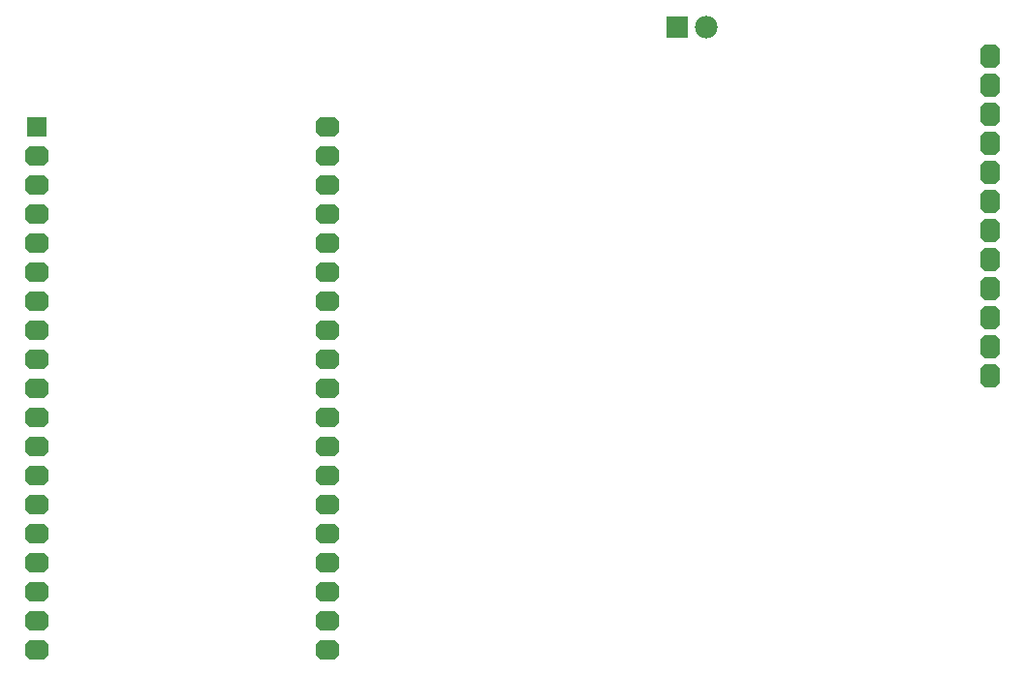
<source format=gbs>
%FSTAX23Y23*%
%MOIN*%
%SFA1B1*%

%IPPOS*%
%AMD30*
4,1,8,0.024000,0.034700,-0.024000,0.034700,-0.041400,0.017400,-0.041400,-0.017400,-0.024000,-0.034700,0.024000,-0.034700,0.041400,-0.017400,0.041400,0.017400,0.024000,0.034700,0.0*
%
%AMD31*
4,1,8,-0.033500,0.024600,-0.033500,-0.024600,-0.016800,-0.041400,0.016800,-0.041400,0.033500,-0.024600,0.033500,0.024600,0.016800,0.041400,-0.016800,0.041400,-0.033500,0.024600,0.0*
%
%ADD27C,0.078280*%
%ADD28R,0.078280X0.078280*%
%ADD29R,0.069420X0.069420*%
G04~CAMADD=30~4~0.0~0.0~828.0~694.2~0.0~173.6~0~0.0~0.0~0.0~0.0~0~0.0~0.0~0.0~0.0~0~0.0~0.0~0.0~0.0~828.0~694.2*
%ADD30D30*%
G04~CAMADD=31~4~0.0~0.0~828.0~670.6~0.0~167.7~0~0.0~0.0~0.0~0.0~0~0.0~0.0~0.0~0.0~0~0.0~0.0~0.0~90.0~670.0~828.0*
%ADD31D31*%
%LNpcb1-1*%
%LPD*%
%SRX1Y1I0J0*%
G54D27*
X0263Y0249D03*
G54D28*
X0253Y0249D03*
G54D29*
X00325Y02147D03*
G54D30*
X00325Y02047D03*
Y00347D03*
Y01947D03*
Y01847D03*
Y01747D03*
Y01647D03*
Y01547D03*
Y01447D03*
Y01347D03*
Y01247D03*
Y01147D03*
Y01047D03*
Y00947D03*
Y00847D03*
Y00747D03*
Y00647D03*
Y00547D03*
Y00447D03*
X01325Y02147D03*
Y02047D03*
Y01947D03*
Y01847D03*
Y01747D03*
Y01647D03*
Y01547D03*
Y01447D03*
Y01347D03*
Y01247D03*
Y01147D03*
Y01047D03*
Y00947D03*
Y00847D03*
Y00747D03*
Y00647D03*
Y00547D03*
Y00447D03*
Y00347D03*
G54D31*
X03605Y0239D03*
Y0229D03*
Y0219D03*
Y0209D03*
Y0199D03*
Y0189D03*
Y0179D03*
Y0169D03*
Y0159D03*
Y0149D03*
Y0139D03*
Y0129D03*
M02*
</source>
